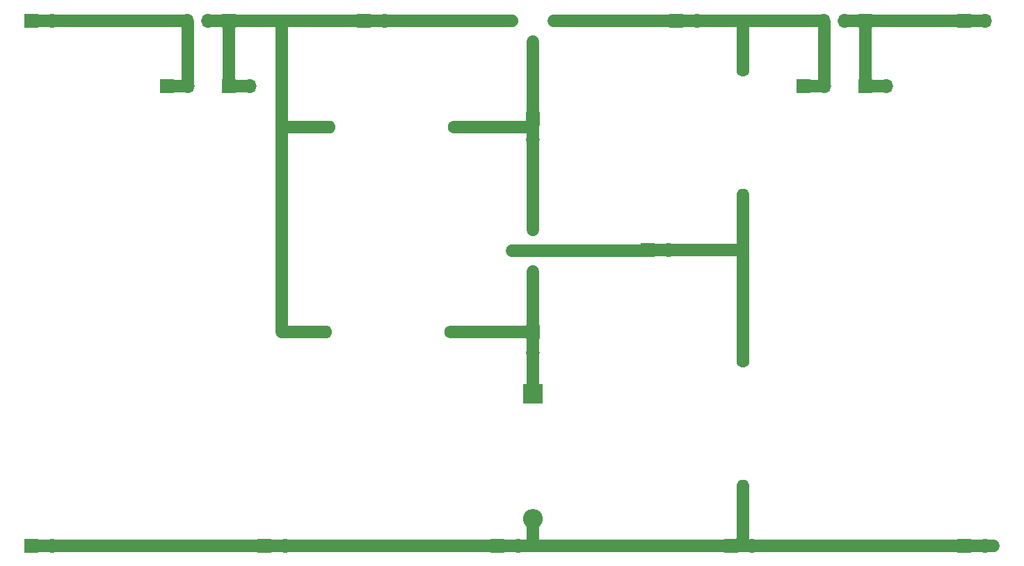
<source format=gbr>
%TF.GenerationSoftware,KiCad,Pcbnew,5.1.10-88a1d61d58~88~ubuntu18.04.1*%
%TF.CreationDate,2021-11-26T07:14:43+05:30*%
%TF.ProjectId,power_supply,706f7765-725f-4737-9570-706c792e6b69,rev?*%
%TF.SameCoordinates,Original*%
%TF.FileFunction,Copper,L2,Bot*%
%TF.FilePolarity,Positive*%
%FSLAX46Y46*%
G04 Gerber Fmt 4.6, Leading zero omitted, Abs format (unit mm)*
G04 Created by KiCad (PCBNEW 5.1.10-88a1d61d58~88~ubuntu18.04.1) date 2021-11-26 07:14:43*
%MOMM*%
%LPD*%
G01*
G04 APERTURE LIST*
%TA.AperFunction,ComponentPad*%
%ADD10R,1.700000X1.700000*%
%TD*%
%TA.AperFunction,ComponentPad*%
%ADD11O,1.700000X1.700000*%
%TD*%
%TA.AperFunction,ComponentPad*%
%ADD12O,1.600000X1.200000*%
%TD*%
%TA.AperFunction,ComponentPad*%
%ADD13O,1.200000X1.200000*%
%TD*%
%TA.AperFunction,ComponentPad*%
%ADD14O,1.200000X1.600000*%
%TD*%
%TA.AperFunction,ComponentPad*%
%ADD15R,2.400000X2.400000*%
%TD*%
%TA.AperFunction,ComponentPad*%
%ADD16O,2.400000X2.400000*%
%TD*%
%TA.AperFunction,ComponentPad*%
%ADD17C,1.600000*%
%TD*%
%TA.AperFunction,ComponentPad*%
%ADD18O,1.600000X1.600000*%
%TD*%
%TA.AperFunction,Conductor*%
%ADD19C,1.500000*%
%TD*%
G04 APERTURE END LIST*
D10*
%TO.P,J14,1*%
%TO.N,GND*%
X169625000Y-99500000D03*
D11*
%TO.P,J14,2*%
X172165000Y-99500000D03*
%TD*%
D10*
%TO.P,J21,1*%
%TO.N,GND*%
X141250000Y-99500000D03*
D11*
%TO.P,J21,2*%
X143790000Y-99500000D03*
%TD*%
%TO.P,J20,3*%
%TO.N,Vout*%
X180920000Y-35500000D03*
%TO.P,J20,2*%
%TO.N,Net-(J19-Pad1)*%
X183460000Y-35500000D03*
D10*
%TO.P,J20,1*%
X186000000Y-35500000D03*
%TD*%
D11*
%TO.P,J3,3*%
%TO.N,Net-(J1-Pad1)*%
X103420000Y-35500000D03*
%TO.P,J3,2*%
%TO.N,Vin*%
X105960000Y-35500000D03*
D10*
%TO.P,J3,1*%
X108500000Y-35500000D03*
%TD*%
D11*
%TO.P,J1,2*%
%TO.N,Net-(J1-Pad1)*%
X87040000Y-35500000D03*
D10*
%TO.P,J1,1*%
X84500000Y-35500000D03*
%TD*%
D11*
%TO.P,J19,2*%
%TO.N,Net-(J19-Pad1)*%
X188540000Y-43500000D03*
D10*
%TO.P,J19,1*%
X186000000Y-43500000D03*
%TD*%
D11*
%TO.P,J18,2*%
%TO.N,Vout*%
X181040000Y-43500000D03*
D10*
%TO.P,J18,1*%
X178500000Y-43500000D03*
%TD*%
%TO.P,J12,1*%
%TO.N,Vin*%
X108500000Y-43500000D03*
D11*
%TO.P,J12,2*%
X111040000Y-43500000D03*
%TD*%
D10*
%TO.P,J2,1*%
%TO.N,Net-(J1-Pad1)*%
X101000000Y-43500000D03*
D11*
%TO.P,J2,2*%
X103540000Y-43500000D03*
%TD*%
D10*
%TO.P,J13,1*%
%TO.N,GND*%
X112875000Y-99500000D03*
D11*
%TO.P,J13,2*%
X115415000Y-99500000D03*
%TD*%
D12*
%TO.P,Q1,1*%
%TO.N,Vin*%
X143000000Y-35500000D03*
D13*
%TO.P,Q1,2*%
%TO.N,/Vb1*%
X145540000Y-38040000D03*
%TO.P,Q1,3*%
%TO.N,Vout*%
X148080000Y-35500000D03*
%TD*%
%TO.P,Q2,3*%
%TO.N,/Vz*%
X145500000Y-66080000D03*
%TO.P,Q2,2*%
%TO.N,/Vfb*%
X142960000Y-63540000D03*
D14*
%TO.P,Q2,1*%
%TO.N,/Vb1*%
X145500000Y-61000000D03*
%TD*%
D15*
%TO.P,D1,1*%
%TO.N,/Vz*%
X145500000Y-81000000D03*
D16*
%TO.P,D1,2*%
%TO.N,GND*%
X145500000Y-96240000D03*
%TD*%
D11*
%TO.P,J11,2*%
%TO.N,GND*%
X87040000Y-99500000D03*
D10*
%TO.P,J11,1*%
X84500000Y-99500000D03*
%TD*%
D11*
%TO.P,J10,2*%
%TO.N,GND*%
X200540000Y-99500000D03*
D10*
%TO.P,J10,1*%
X198000000Y-99500000D03*
%TD*%
%TO.P,J9,1*%
%TO.N,/Vb1*%
X145500000Y-47500000D03*
D11*
%TO.P,J9,2*%
X145500000Y-50040000D03*
%TD*%
D10*
%TO.P,J8,1*%
%TO.N,/Vz*%
X145500000Y-73500000D03*
D11*
%TO.P,J8,2*%
X145500000Y-76040000D03*
%TD*%
D10*
%TO.P,J7,1*%
%TO.N,Vin*%
X125000000Y-35500000D03*
D11*
%TO.P,J7,2*%
X127540000Y-35500000D03*
%TD*%
D10*
%TO.P,J6,1*%
%TO.N,/Vfb*%
X159500000Y-63500000D03*
D11*
%TO.P,J6,2*%
X162040000Y-63500000D03*
%TD*%
D10*
%TO.P,J5,1*%
%TO.N,Vout*%
X163000000Y-35500000D03*
D11*
%TO.P,J5,2*%
X165540000Y-35500000D03*
%TD*%
D10*
%TO.P,J4,1*%
%TO.N,Net-(J19-Pad1)*%
X198000000Y-35500000D03*
D11*
%TO.P,J4,2*%
X200540000Y-35500000D03*
%TD*%
D17*
%TO.P,R2,1*%
%TO.N,/Vz*%
X135542500Y-73500000D03*
D18*
%TO.P,R2,2*%
%TO.N,Vin*%
X120302500Y-73500000D03*
%TD*%
%TO.P,R4,2*%
%TO.N,GND*%
X171102500Y-92240000D03*
D17*
%TO.P,R4,1*%
%TO.N,/Vfb*%
X171102500Y-77000000D03*
%TD*%
%TO.P,R3,1*%
%TO.N,Vout*%
X171102500Y-41500000D03*
D18*
%TO.P,R3,2*%
%TO.N,/Vfb*%
X171102500Y-56740000D03*
%TD*%
D17*
%TO.P,R1,1*%
%TO.N,/Vb1*%
X136000000Y-48500000D03*
D18*
%TO.P,R1,2*%
%TO.N,Vin*%
X120760000Y-48500000D03*
%TD*%
D19*
%TO.N,GND*%
X201625000Y-99500000D02*
X199085000Y-99500000D01*
X160166666Y-99500000D02*
X162706666Y-99500000D01*
X122333333Y-99500000D02*
X124873333Y-99500000D01*
X122333333Y-99500000D02*
X87040000Y-99500000D01*
X84500000Y-99500000D02*
X87040000Y-99500000D01*
X171102500Y-98897500D02*
X170500000Y-99500000D01*
X171102500Y-92240000D02*
X171102500Y-98897500D01*
X162706666Y-99500000D02*
X170500000Y-99500000D01*
X170500000Y-99500000D02*
X198000000Y-99500000D01*
X145500000Y-96240000D02*
X145500000Y-99500000D01*
X160166666Y-99500000D02*
X145500000Y-99500000D01*
X145500000Y-99500000D02*
X124873333Y-99500000D01*
%TO.N,/Vz*%
X145512000Y-73694500D02*
X145512000Y-75917000D01*
X135542500Y-73500000D02*
X145500000Y-73500000D01*
X145500000Y-73500000D02*
X145500000Y-74500000D01*
X145500000Y-77524000D02*
X145512000Y-77512000D01*
X145512000Y-77512000D02*
X145512000Y-73512000D01*
X145500000Y-73500000D02*
X145500000Y-68580000D01*
X145500000Y-81000000D02*
X145500000Y-76040000D01*
X145500000Y-68580000D02*
X145500000Y-66080000D01*
%TO.N,Vin*%
X120760000Y-48500000D02*
X115000000Y-48500000D01*
X115000000Y-62000000D02*
X115000000Y-62500000D01*
X115000000Y-48500000D02*
X115000000Y-62000000D01*
X115000000Y-73500000D02*
X120302500Y-73500000D01*
X115000000Y-62000000D02*
X115000000Y-73500000D01*
X108500000Y-43500000D02*
X111040000Y-43500000D01*
X108500000Y-43500000D02*
X108500000Y-41500000D01*
X105960000Y-35500000D02*
X108500000Y-35500000D01*
X108500000Y-43500000D02*
X108500000Y-35500000D01*
X115000000Y-36000000D02*
X114500000Y-35500000D01*
X115000000Y-48500000D02*
X115000000Y-36000000D01*
X108500000Y-35500000D02*
X114500000Y-35500000D01*
X114500000Y-35500000D02*
X125000000Y-35500000D01*
X125000000Y-35500000D02*
X127540000Y-35500000D01*
X127540000Y-35500000D02*
X143000000Y-35500000D01*
%TO.N,/Vb1*%
X145500000Y-41500000D02*
X145500000Y-42000000D01*
X136000000Y-48500000D02*
X145500000Y-48500000D01*
X145500000Y-43500000D02*
X145500000Y-41500000D01*
X145500000Y-61000000D02*
X145500000Y-43500000D01*
X145540000Y-41460000D02*
X145500000Y-41500000D01*
X145540000Y-38040000D02*
X145540000Y-41460000D01*
%TO.N,Vout*%
X178500000Y-43500000D02*
X181040000Y-43500000D01*
X180920000Y-43380000D02*
X181040000Y-43500000D01*
X148080000Y-35500000D02*
X165540000Y-35500000D01*
X171102500Y-35602500D02*
X171000000Y-35500000D01*
X171102500Y-41500000D02*
X171102500Y-35602500D01*
X165540000Y-35500000D02*
X171000000Y-35500000D01*
X171000000Y-35500000D02*
X180920000Y-35500000D01*
X181040000Y-35620000D02*
X180920000Y-35500000D01*
X181040000Y-43500000D02*
X181040000Y-35620000D01*
%TO.N,/Vfb*%
X171102500Y-65397500D02*
X171102500Y-65240000D01*
X171102500Y-62602500D02*
X171102500Y-62670000D01*
X171102500Y-63102500D02*
X171102500Y-62602500D01*
X171102500Y-65397500D02*
X171102500Y-63602500D01*
X171040000Y-63540000D02*
X171102500Y-63602500D01*
X171102500Y-63602500D02*
X171102500Y-63102500D01*
X171102500Y-58606000D02*
X171102500Y-58897500D01*
X171102500Y-58897500D02*
X171102500Y-62602500D01*
X171102500Y-56740000D02*
X171102500Y-58897500D01*
X171102500Y-71602500D02*
X171102500Y-77000000D01*
X171102500Y-71602500D02*
X171102500Y-65397500D01*
X171102500Y-71897500D02*
X171102500Y-71602500D01*
X171000000Y-63500000D02*
X171102500Y-63602500D01*
X162040000Y-63500000D02*
X171000000Y-63500000D01*
X162040000Y-63500000D02*
X159500000Y-63500000D01*
X159460000Y-63540000D02*
X159500000Y-63500000D01*
X142960000Y-63540000D02*
X159460000Y-63540000D01*
%TO.N,Net-(J1-Pad1)*%
X103540000Y-43500000D02*
X101000000Y-43500000D01*
X84500000Y-35500000D02*
X87040000Y-35500000D01*
X87040000Y-35500000D02*
X103420000Y-35500000D01*
X103540000Y-35620000D02*
X103420000Y-35500000D01*
X103540000Y-43500000D02*
X103540000Y-35620000D01*
%TO.N,Net-(J19-Pad1)*%
X186000000Y-43500000D02*
X188540000Y-43500000D01*
X198000000Y-35500000D02*
X200540000Y-35500000D01*
X198000000Y-35500000D02*
X197000000Y-35500000D01*
X183460000Y-35500000D02*
X186000000Y-35500000D01*
X198000000Y-35500000D02*
X186000000Y-35500000D01*
X186000000Y-43500000D02*
X186000000Y-35500000D01*
%TD*%
M02*

</source>
